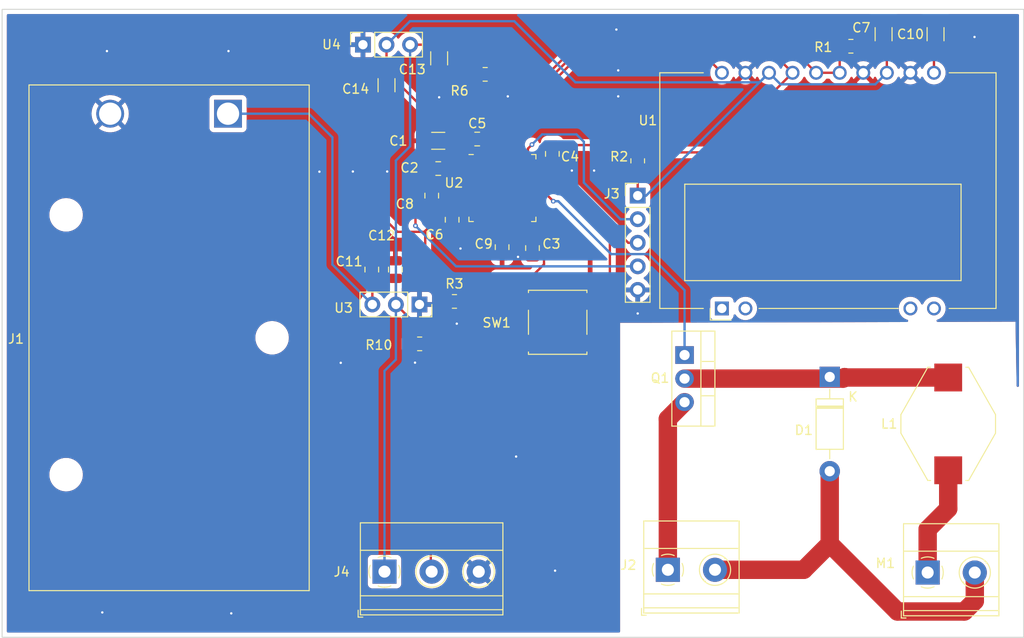
<source format=kicad_pcb>
(kicad_pcb (version 20211014) (generator pcbnew)
  (title_block (title "Ball Launcher for Pets") (date "2023-02-05") (comment 1 "Lucas Resende Carneiro - 11811ECP009") (comment 2 "Gabriel Cardoso Mendes de Ataide - 11811ECP008"))
  (layers (0 "F.Cu" signal) (31 "B.Cu" signal) (34 "B.Paste" user) (35 "F.Paste" user) (36 "B.SilkS" user "B.Silkscreen") (37 "F.SilkS" user "F.Silkscreen") (38 "B.Mask" user) (39 "F.Mask" user) (44 "Edge.Cuts" user))
  (net 0 "")
  (net 1 "+3V3")
  (net 2 "GND")
  (net 3 "/NRST")
  (net 4 "Net-(C9-Pad1)")
  (net 5 "Net-(C10-Pad1)")
  (net 6 "Net-(C11-Pad1)")
  (net 7 "+5V")
  (net 8 "Net-(D1-Pad1)")
  (net 9 "/GND 12V")
  (net 10 "+12V")
  (net 11 "/SWDIO")
  (net 12 "/SWCLK")
  (net 13 "/PA9")
  (net 14 "Net-(L1-Pad2)")
  (net 15 "/PA8")
  (net 16 "/PB12")
  (net 17 "Net-(R6-Pad2)")
  (net 22 "/PB7")
  (net 23 "/PB6")
  (net 24 "/PB5")
  (footprint "Capacitor_SMD:C_0805_2012Metric" (layer "F.Cu") (at 218.305 114.68 -90)
    (fp_text reference "C8" (at 0.9 2.9 180) (layer "F.SilkS"))
    (fp_text value "0.1uF")
    (pad "1" smd roundrect (at -0.95 0 270) (size 1 1.45) (layers "F.Cu" "F.Paste" "F.Mask") (net 3 "/NRST"))
    (pad "2" smd roundrect (at 0.95 0 270) (size 1 1.45) (layers "F.Cu" "F.Paste" "F.Mask") (net 2 "GND"))
  )
  (footprint "Resistor_SMD:R_0805_2012Metric" (layer "F.Cu") (at 263.48 98.58 180)
    (fp_text reference "R1" (at 2.975 -0.1) (layer "F.SilkS"))
    (fp_text value "2.2K")
    (pad "1" smd roundrect (at -0.9125 0 180) (size 1.025 1.4) (layers "F.Cu" "F.Paste" "F.Mask") (roundrect_rratio 0.243902439) (net 1 "+3V3"))
    (pad "2" smd roundrect (at 0.9125 0 180) (size 1.025 1.4) (layers "F.Cu" "F.Paste" "F.Mask") (roundrect_rratio 0.243902439) (net 22 "/PB7"))
  )
  (footprint "Capacitor_SMD:C_0805_2012Metric" (layer "F.Cu") (at 231.305 110.18 -90)
    (fp_text reference "C4" (at 0.3 -1.9 180) (layer "F.SilkS"))
    (fp_text value "100nF")
    (pad "1" smd roundrect (at -0.95 0 270) (size 1 1.45) (layers "F.Cu" "F.Paste" "F.Mask") (net 1 "+3V3"))
    (pad "2" smd roundrect (at 0.95 0 270) (size 1 1.45) (layers "F.Cu" "F.Paste" "F.Mask") (net 2 "GND"))
  )
  (footprint "Display:EA_DOGS104X-A" (layer "F.Cu") (at 249.575 126.8375 90)
    (fp_text reference "U1" (at 20.2575 -7.97 180) (layer "F.SilkS"))
    (fp_text value "EA_DOGS104B-A")
    (pad "1" thru_hole rect (at 0 0 90) (size 1.5 1.5) (drill 1) (layers *.Cu *.Mask))
    (pad "2" thru_hole circle (at 0 2.54 90) (size 1.5 1.5) (drill 1) (layers *.Cu *.Mask))
    (pad "9" thru_hole circle (at 0 20.32 90) (size 1.5 1.5) (drill 1) (layers *.Cu *.Mask))
    (pad "10" thru_hole circle (at 0 22.86 90) (size 1.5 1.5) (drill 1) (layers *.Cu *.Mask))
    (pad "11" thru_hole circle (at 25.4 22.86 90) (size 1.5 1.5) (drill 1) (layers *.Cu *.Mask) (net 5 "Net-(C10-Pad1)"))
    (pad "12" thru_hole circle (at 25.4 20.32 90) (size 1.5 1.5) (drill 1) (layers *.Cu *.Mask) (net 2 "GND"))
    (pad "13" thru_hole circle (at 25.4 17.78 90) (size 1.5 1.5) (drill 1) (layers *.Cu *.Mask) (net 1 "+3V3"))
    (pad "14" thru_hole circle (at 25.4 15.24 90) (size 1.5 1.5) (drill 1) (layers *.Cu *.Mask) (net 2 "GND"))
    (pad "15" thru_hole circle (at 25.4 12.7 90) (size 1.5 1.5) (drill 1) (layers *.Cu *.Mask) (net 22 "/PB7"))
    (pad "16" thru_hole circle (at 25.4 10.16 90) (size 1.5 1.5) (drill 1) (layers *.Cu *.Mask) (net 22 "/PB7"))
    (pad "17" thru_hole circle (at 25.4 7.62 90) (size 1.5 1.5) (drill 1) (layers *.Cu *.Mask) (net 23 "/PB6"))
    (pad "18" thru_hole circle (at 25.4 5.08 90) (size 1.5 1.5) (drill 1) (layers *.Cu *.Mask) (net 1 "+3V3"))
    (pad "19" thru_hole circle (at 25.4 2.54 90) (size 1.5 1.5) (drill 1) (layers *.Cu *.Mask) (net 2 "GND"))
    (pad "20" thru_hole circle (at 25.4 0 90) (size 1.5 1.5) (drill 1) (layers *.Cu *.Mask) (net 24 "/PB5"))
  )
  (footprint "Button_Switch_SMD:SW_SPST_B3S-1000" (layer "F.Cu") (at 231.88 128.33 180)
    (fp_text reference "SW1" (at 6.575 -0.05) (layer "F.SilkS"))
    (fp_text value "Button")
    (pad "1" smd rect (at 3.975 -2.25 180) (size 1.55 1.3) (layers "F.Cu" "F.Paste" "F.Mask") (net 2 "GND"))
    (pad "1" smd rect (at -3.975 -2.25 180) (size 1.55 1.3) (layers "F.Cu" "F.Paste" "F.Mask") (net 2 "GND"))
    (pad "2" smd rect (at -3.975 2.25 180) (size 1.55 1.3) (layers "F.Cu" "F.Paste" "F.Mask") (net 16 "/PB12"))
    (pad "2" smd rect (at 3.975 2.25 180) (size 1.55 1.3) (layers "F.Cu" "F.Paste" "F.Mask") (net 16 "/PB12"))
  )
  (footprint "Capacitor_SMD:C_1206_3216Metric" (layer "F.Cu") (at 219.005 108.77 180)
    (fp_text reference "C1" (at 4.3 -0.01) (layer "F.SilkS"))
    (fp_text value "10uF")
    (pad "1" smd roundrect (at -1.475 0 180) (size 1.15 1.8) (layers "F.Cu" "F.Paste" "F.Mask") (roundrect_rratio 0.2173913043) (net 1 "+3V3"))
    (pad "2" smd roundrect (at 1.475 0 180) (size 1.15 1.8) (layers "F.Cu" "F.Paste" "F.Mask") (roundrect_rratio 0.2173913043) (net 2 "GND"))
  )
  (footprint "Capacitor_SMD:C_0805_2012Metric" (layer "F.Cu") (at 225.89 120.231252 -90)
    (fp_text reference "C9" (at -0.351252 1.985 180) (layer "F.SilkS"))
    (fp_text value "4.7uF")
    (pad "1" smd roundrect (at -0.95 0 270) (size 1 1.45) (layers "F.Cu" "F.Paste" "F.Mask") (net 4 "Net-(C9-Pad1)"))
    (pad "2" smd roundrect (at 0.95 0 270) (size 1 1.45) (layers "F.Cu" "F.Paste" "F.Mask") (net 2 "GND"))
  )
  (footprint "Connector_PinHeader_2.54mm:PinHeader_1x05_P2.54mm_Vertical" (layer "F.Cu") (at 240.505 114.68)
    (fp_text reference "J3" (at -2.8 -0.2) (layer "F.SilkS"))
    (fp_text value "STLINK")
    (pad "1" thru_hole rect (at 0 0) (size 1.7 1.7) (drill 1) (layers *.Cu *.Mask) (net 1 "+3V3"))
    (pad "2" thru_hole oval (at 0 2.54) (size 1.7 1.7) (drill 1) (layers *.Cu *.Mask) (net 12 "/SWCLK"))
    (pad "3" thru_hole oval (at 0 5.08) (size 1.7 1.7) (drill 1) (layers *.Cu *.Mask) (net 11 "/SWDIO"))
    (pad "4" thru_hole oval (at 0 7.62) (size 1.7 1.7) (drill 1) (layers *.Cu *.Mask) (net 3 "/NRST"))
    (pad "5" thru_hole oval (at 0 10.16) (size 1.7 1.7) (drill 1) (layers *.Cu *.Mask) (net 2 "GND"))
  )
  (footprint "TerminalBlock_Phoenix:TerminalBlock_Phoenix_MKDS-1,5-2-5.08_1x02_P5.08mm_Horizontal" (layer "F.Cu") (at 271.755 155.3)
    (fp_text reference "M1" (at -4.555 -1) (layer "F.SilkS"))
    (fp_text value "Motor DC 50W")
    (pad "1" thru_hole rect (at 0 0) (size 2.6 2.6) (drill 1.3) (layers *.Cu *.Mask) (net 14 "Net-(L1-Pad2)"))
    (pad "2" thru_hole circle (at 5.08 0) (size 2.6 2.6) (drill 1.3) (layers *.Cu *.Mask) (net 9 "/GND 12V"))
  )
  (footprint "Capacitor_SMD:C_0805_2012Metric" (layer "F.Cu") (at 229.165 120.33 -90)
    (fp_text reference "C3" (at -0.45 -2.04 180) (layer "F.SilkS"))
    (fp_text value "100nF")
    (pad "1" smd roundrect (at -0.95 0 270) (size 1 1.45) (layers "F.Cu" "F.Paste" "F.Mask") (net 1 "+3V3"))
    (pad "2" smd roundrect (at 0.95 0 270) (size 1 1.45) (layers "F.Cu" "F.Paste" "F.Mask") (net 2 "GND"))
  )
  (footprint "Resistor_SMD:R_0805_2012Metric" (layer "F.Cu") (at 217.005 130.655)
    (fp_text reference "R10" (at -4.4 0.125) (layer "F.SilkS"))
    (fp_text value "10K")
    (pad "1" smd roundrect (at -0.9125 0) (size 1.025 1.4) (layers "F.Cu" "F.Paste" "F.Mask") (roundrect_rratio 0.243902439) (net 7 "+5V"))
    (pad "2" smd roundrect (at 0.9125 0) (size 1.025 1.4) (layers "F.Cu" "F.Paste" "F.Mask") (roundrect_rratio 0.243902439) (net 13 "/PA9"))
  )
  (footprint "Capacitor_SMD:C_1206_3216Metric" (layer "F.Cu") (at 219.105 99.88 -90)
    (fp_text reference "C13" (at 1.2 2.9 180) (layer "F.SilkS"))
    (fp_text value "4.7uF")
    (pad "1" smd roundrect (at -1.475 0 270) (size 1.15 1.8) (layers "F.Cu" "F.Paste" "F.Mask") (roundrect_rratio 0.2173913043) (net 7 "+5V"))
    (pad "2" smd roundrect (at 1.475 0 270) (size 1.15 1.8) (layers "F.Cu" "F.Paste" "F.Mask") (roundrect_rratio 0.2173913043) (net 2 "GND"))
  )
  (footprint "Battery:BatteryHolder_Eagle_12BH611-GR" (layer "F.Cu") (at 196.35 105.85 90)
    (fp_text reference "J1" (at -24.27 -22.85 180) (layer "F.SilkS"))
    (fp_text value "Battery 9V")
    (pad "" np_thru_hole circle (at -10.9 -17.45 90) (size 2.6 2.6) (drill 2.6) (layers *.Cu *.Mask))
    (pad "" np_thru_hole circle (at -38.9 -17.45 90) (size 2.6 2.6) (drill 2.6) (layers *.Cu *.Mask))
    (pad "" np_thru_hole circle (at -24.15 4.75 90) (size 2.6 2.6) (drill 2.6) (layers *.Cu *.Mask))
    (pad "1" thru_hole rect (at 0 0 90) (size 3 3) (drill 2.4) (layers *.Cu *.Mask) (net 6 "Net-(C11-Pad1)"))
    (pad "2" thru_hole circle (at 0 -12.7 90) (size 3 3) (drill 2.4) (layers *.Cu *.Mask) (net 2 "GND"))
  )
  (footprint "Capacitor_SMD:C_0805_2012Metric" (layer "F.Cu") (at 214.385 122.6475 90)
    (fp_text reference "C12" (at 3.6675 -1.48 180) (layer "F.SilkS"))
    (fp_text value "330nF")
    (pad "1" smd roundrect (at -0.95 0 90) (size 1 1.45) (layers "F.Cu" "F.Paste" "F.Mask") (net 7 "+5V"))
    (pad "2" smd roundrect (at 0.95 0 90) (size 1 1.45) (layers "F.Cu" "F.Paste" "F.Mask") (net 2 "GND"))
  )
  (footprint "Resistor_SMD:R_0805_2012Metric" (layer "F.Cu") (at 220.7525 126.0825)
    (fp_text reference "R3" (at 0 -1.9025) (layer "F.SilkS"))
    (fp_text value "10K")
    (pad "1" smd roundrect (at -0.9125 0) (size 1.025 1.4) (layers "F.Cu" "F.Paste" "F.Mask") (roundrect_rratio 0.243902439) (net 1 "+3V3"))
    (pad "2" smd roundrect (at 0.9125 0) (size 1.025 1.4) (layers "F.Cu" "F.Paste" "F.Mask") (roundrect_rratio 0.243902439) (net 16 "/PB12"))
  )
  (footprint "Connector_PinSocket_2.54mm:PinSocket_1x03_P2.54mm_Vertical" (layer "F.Cu") (at 216.985 126.41 -90)
    (fp_text reference "U3" (at 0.37 8.18 180) (layer "F.SilkS"))
    (fp_text value "LM1117-5.0")
    (pad "1" thru_hole rect (at 0 0 270) (size 1.7 1.7) (drill 1) (layers *.Cu *.Mask) (net 2 "GND"))
    (pad "2" thru_hole oval (at 0 2.54 270) (size 1.7 1.7) (drill 1) (layers *.Cu *.Mask) (net 7 "+5V"))
    (pad "3" thru_hole oval (at 0 5.08 270) (size 1.7 1.7) (drill 1) (layers *.Cu *.Mask) (net 6 "Net-(C11-Pad1)"))
  )
  (footprint "Capacitor_SMD:C_0805_2012Metric" (layer "F.Cu") (at 211.845 122.6475 90)
    (fp_text reference "C11" (at 0.8675 -2.44 180) (layer "F.SilkS"))
    (fp_text value "330nF")
    (pad "1" smd roundrect (at -0.95 0 90) (size 1 1.45) (layers "F.Cu" "F.Paste" "F.Mask") (net 6 "Net-(C11-Pad1)"))
    (pad "2" smd roundrect (at 0.95 0 90) (size 1 1.45) (layers "F.Cu" "F.Paste" "F.Mask") (net 2 "GND"))
  )
  (footprint "Resistor_SMD:R_0805_2012Metric" (layer "F.Cu") (at 224.065 101.6075)
    (fp_text reference "R6" (at -2.76 1.7725) (layer "F.SilkS"))
    (fp_text value "10K")
    (pad "1" smd roundrect (at -0.9125 0) (size 1.025 1.4) (layers "F.Cu" "F.Paste" "F.Mask") (roundrect_rratio 0.243902439) (net 2 "GND"))
    (pad "2" smd roundrect (at 0.9125 0) (size 1.025 1.4) (layers "F.Cu" "F.Paste" "F.Mask") (roundrect_rratio 0.243902439) (net 17 "Net-(R6-Pad2)"))
  )
  (footprint "Inductor_SMD:L_SigTra_SC3316F" (layer "F.Cu") (at 273.97 139.28 -90)
    (fp_text reference "L1" (at 0 6.365 180) (layer "F.SilkS"))
    (fp_text value "INDUCTOR")
    (pad "1" smd rect (at -5 0 270) (size 3 3) (layers "F.Cu" "F.Paste" "F.Mask") (net 8 "Net-(D1-Pad1)"))
    (pad "2" smd rect (at 5 0 270) (size 3 3) (layers "F.Cu" "F.Paste" "F.Mask") (net 14 "Net-(L1-Pad2)"))
  )
  (footprint "Resistor_SMD:R_0805_2012Metric" (layer "F.Cu") (at 240.505 110.93 90)
    (fp_text reference "R2" (at 0.45 -2 180) (layer "F.SilkS"))
    (fp_text value "2.2K")
    (pad "1" smd roundrect (at -0.9125 0 90) (size 1.025 1.4) (layers "F.Cu" "F.Paste" "F.Mask") (roundrect_rratio 0.243902439) (net 1 "+3V3"))
    (pad "2" smd roundrect (at 0.9125 0 90) (size 1.025 1.4) (layers "F.Cu" "F.Paste" "F.Mask") (roundrect_rratio 0.243902439) (net 23 "/PB6"))
  )
  (footprint "Capacitor_SMD:C_0805_2012Metric" (layer "F.Cu") (at 223.205 108.58)
    (fp_text reference "C5" (at 0 -1.68) (layer "F.SilkS"))
    (fp_text value "100nF")
    (pad "1" smd roundrect (at -0.95 0) (size 1 1.45) (layers "F.Cu" "F.Paste" "F.Mask") (net 1 "+3V3"))
    (pad "2" smd roundrect (at 0.95 0) (size 1 1.45) (layers "F.Cu" "F.Paste" "F.Mask") (net 2 "GND"))
  )
  (footprint "Capacitor_SMD:C_0805_2012Metric" (layer "F.Cu") (at 219.005 111.76 180)
    (fp_text reference "C2" (at 3.1 0.08) (layer "F.SilkS"))
    (fp_text value "100nF")
    (pad "1" smd roundrect (at -0.95 0 180) (size 1 1.45) (layers "F.Cu" "F.Paste" "F.Mask") (net 1 "+3V3"))
    (pad "2" smd roundrect (at 0.95 0 180) (size 1 1.45) (layers "F.Cu" "F.Paste" "F.Mask") (net 2 "GND"))
  )
  (footprint "Capacitor_SMD:C_0805_2012Metric" (layer "F.Cu") (at 220.505 117.28 -90)
    (fp_text reference "C6" (at 1.6 1.9 180) (layer "F.SilkS"))
    (fp_text value "100nF")
    (pad "1" smd roundrect (at -0.95 0 270) (size 1 1.45) (layers "F.Cu" "F.Paste" "F.Mask") (net 1 "+3V3"))
    (pad "2" smd roundrect (at 0.95 0 270) (size 1 1.45) (layers "F.Cu" "F.Paste" "F.Mask") (net 2 "GND"))
  )
  (footprint "Package_TO_SOT_THT:TO-220-3_Vertical" (layer "F.Cu") (at 245.555 131.86 -90)
    (fp_text reference "Q1" (at 2.48 2.645 180) (layer "F.SilkS"))
    (fp_text value "IRF540N")
    (pad "1" thru_hole rect (at 0 0 270) (size 1.905 2) (drill 1.1) (layers *.Cu *.Mask) (net 15 "/PA8"))
    (pad "2" thru_hole oval (at 2.54 0 270) (size 1.905 2) (drill 1.1) (layers *.Cu *.Mask) (net 8 "Net-(D1-Pad1)"))
    (pad "3" thru_hole oval (at 5.08 0 270) (size 1.905 2) (drill 1.1) (layers *.Cu *.Mask) (net 10 "+12V"))
  )
  (footprint "TerminalBlock_Phoenix:TerminalBlock_Phoenix_MKDS-1,5-2-5.08_1x02_P5.08mm_Horizontal" (layer "F.Cu") (at 243.755 155.005)
    (fp_text reference "J2" (at -4.255 -0.505 180) (layer "F.SilkS"))
    (fp_text value "Power Source 12V 2A ")
    (pad "1" thru_hole rect (at 0 0) (size 2.6 2.6) (drill 1.3) (layers *.Cu *.Mask) (net 10 "+12V"))
    (pad "2" thru_hole circle (at 5.08 0) (size 2.6 2.6) (drill 1.3) (layers *.Cu *.Mask) (net 9 "/GND 12V"))
  )
  (footprint "Connector_PinSocket_2.54mm:PinSocket_1x03_P2.54mm_Vertical" (layer "F.Cu") (at 210.8925 98.41 90)
    (fp_text reference "U4" (at 0.01 -3.3925 180) (layer "F.SilkS"))
    (fp_text value "LM1117-3.3")
    (pad "1" thru_hole rect (at 0 0 90) (size 1.7 1.7) (drill 1) (layers *.Cu *.Mask) (net 2 "GND"))
    (pad "2" thru_hole oval (at 0 2.54 90) (size 1.7 1.7) (drill 1) (layers *.Cu *.Mask) (net 1 "+3V3"))
    (pad "3" thru_hole oval (at 0 5.08 90) (size 1.7 1.7) (drill 1) (layers *.Cu *.Mask) (net 7 "+5V"))
  )
  (footprint "Package_DFN_QFN:QFN-48-1EP_7x7mm_P0.5mm_EP5.6x5.6mm" (layer "F.Cu") (at 225.925 113.86)
    (fp_text reference "U2" (at -5.225 -0.56) (layer "F.SilkS"))
    (fp_text value "STM32F411CEUx")
    (pad "1" smd roundrect (at -3.4375 -2.75) (size 0.875 0.25) (layers "F.Cu" "F.Paste" "F.Mask") (net 1 "+3V3"))
    (pad "2" smd roundrect (at -3.4375 -2.25) (size 0.875 0.25) (layers "F.Cu" "F.Paste" "F.Mask"))
    (pad "3" smd roundrect (at -3.4375 -1.75) (size 0.875 0.25) (layers "F.Cu" "F.Paste" "F.Mask"))
    (pad "4" smd roundrect (at -3.4375 -1.25) (size 0.875 0.25) (layers "F.Cu" "F.Paste" "F.Mask"))
    (pad "5" smd roundrect (at -3.4375 -0.75) (size 0.875 0.25) (layers "F.Cu" "F.Paste" "F.Mask"))
    (pad "6" smd roundrect (at -3.4375 -0.25) (size 0.875 0.25) (layers "F.Cu" "F.Paste" "F.Mask"))
    (pad "7" smd roundrect (at -3.4375 0.25) (size 0.875 0.25) (layers "F.Cu" "F.Paste" "F.Mask") (net 3 "/NRST"))
    (pad "8" smd roundrect (at -3.4375 0.75) (size 0.875 0.25) (layers "F.Cu" "F.Paste" "F.Mask") (net 2 "GND"))
    (pad "9" smd roundrect (at -3.4375 1.25) (size 0.875 0.25) (layers "F.Cu" "F.Paste" "F.Mask") (net 1 "+3V3"))
    (pad "10" smd roundrect (at -3.4375 1.75) (size 0.875 0.25) (layers "F.Cu" "F.Paste" "F.Mask"))
    (pad "11" smd roundrect (at -3.4375 2.25) (size 0.875 0.25) (layers "F.Cu" "F.Paste" "F.Mask"))
    (pad "12" smd roundrect (at -3.4375 2.75) (size 0.875 0.25) (layers "F.Cu" "F.Paste" "F.Mask"))
    (pad "13" smd roundrect (at -2.75 3.4375) (size 0.25 0.875) (layers "F.Cu" "F.Paste" "F.Mask"))
    (pad "14" smd roundrect (at -2.25 3.4375) (size 0.25 0.875) (layers "F.Cu" "F.Paste" "F.Mask"))
    (pad "15" smd roundrect (at -1.75 3.4375) (size 0.25 0.875) (layers "F.Cu" "F.Paste" "F.Mask"))
    (pad "16" smd roundrect (at -1.25 3.4375) (size 0.25 0.875) (layers "F.Cu" "F.Paste" "F.Mask"))
    (pad "17" smd roundrect (at -0.75 3.4375) (size 0.25 0.875) (layers "F.Cu" "F.Paste" "F.Mask"))
    (pad "18" smd roundrect (at -0.25 3.4375) (size 0.25 0.875) (layers "F.Cu" "F.Paste" "F.Mask"))
    (pad "19" smd roundrect (at 0.25 3.4375) (size 0.25 0.875) (layers "F.Cu" "F.Paste" "F.Mask"))
    (pad "20" smd roundrect (at 0.75 3.4375) (size 0.25 0.875) (layers "F.Cu" "F.Paste" "F.Mask"))
    (pad "21" smd roundrect (at 1.25 3.4375) (size 0.25 0.875) (layers "F.Cu" "F.Paste" "F.Mask"))
    (pad "22" smd roundrect (at 1.75 3.4375) (size 0.25 0.875) (layers "F.Cu" "F.Paste" "F.Mask") (net 4 "Net-(C9-Pad1)"))
    (pad "23" smd roundrect (at 2.25 3.4375) (size 0.25 0.875) (layers "F.Cu" "F.Paste" "F.Mask") (net 2 "GND"))
    (pad "24" smd roundrect (at 2.75 3.4375) (size 0.25 0.875) (layers "F.Cu" "F.Paste" "F.Mask") (net 1 "+3V3"))
    (pad "25" smd roundrect (at 3.4375 2.75) (size 0.875 0.25) (layers "F.Cu" "F.Paste" "F.Mask") (net 16 "/PB12"))
    (pad "26" smd roundrect (at 3.4375 2.25) (size 0.875 0.25) (layers "F.Cu" "F.Paste" "F.Mask"))
    (pad "27" smd roundrect (at 3.4375 1.75) (size 0.875 0.25) (layers "F.Cu" "F.Paste" "F.Mask"))
    (pad "28" smd roundrect (at 3.4375 1.25) (size 0.875 0.25) (layers "F.Cu" "F.Paste" "F.Mask"))
    (pad "29" smd roundrect (at 3.4375 0.75) (size 0.875 0.25) (layers "F.Cu" "F.Paste" "F.Mask") (net 15 "/PA8"))
    (pad "30" smd roundrect (at 3.4375 0.25) (size 0.875 0.25) (layers "F.Cu" "F.Paste" "F.Mask") (net 13 "/PA9"))
    (pad "31" smd roundrect (at 3.4375 -0.25) (size 0.875 0.25) (layers "F.Cu" "F.Paste" "F.Mask"))
    (pad "32" smd roundrect (at 3.4375 -0.75) (size 0.875 0.25) (layers "F.Cu" "F.Paste" "F.Mask"))
    (pad "33" smd roundrect (at 3.4375 -1.25) (size 0.875 0.25) (layers "F.Cu" "F.Paste" "F.Mask"))
    (pad "34" smd roundrect (at 3.4375 -1.75) (size 0.875 0.25) (layers "F.Cu" "F.Paste" "F.Mask") (net 11 "/SWDIO"))
    (pad "35" smd roundrect (at 3.4375 -2.25) (size 0.875 0.25) (layers "F.Cu" "F.Paste" "F.Mask") (net 2 "GND"))
    (pad "36" smd roundrect (at 3.4375 -2.75) (size 0.875 0.25) (layers "F.Cu" "F.Paste" "F.Mask") (net 1 "+3V3"))
    (pad "37" smd roundrect (at 2.75 -3.4375) (size 0.25 0.875) (layers "F.Cu" "F.Paste" "F.Mask") (net 12 "/SWCLK"))
    (pad "38" smd roundrect (at 2.25 -3.4375) (size 0.25 0.875) (layers "F.Cu" "F.Paste" "F.Mask"))
    (pad "39" smd roundrect (at 1.75 -3.4375) (size 0.25 0.875) (layers "F.Cu" "F.Paste" "F.Mask"))
    (pad "40" smd roundrect (at 1.25 -3.4375) (size 0.25 0.875) (layers "F.Cu" "F.Paste" "F.Mask"))
    (pad "41" smd roundrect (at 0.75 -3.4375) (size 0.25 0.875) (layers "F.Cu" "F.Paste" "F.Mask") (net 24 "/PB5"))
    (pad "42" smd roundrect (at 0.25 -3.4375) (size 0.25 0.875) (layers "F.Cu" "F.Paste" "F.Mask") (net 23 "/PB6"))
    (pad "43" smd roundrect (at -0.25 -3.4375) (size 0.25 0.875) (layers "F.Cu" "F.Paste" "F.Mask") (net 22 "/PB7"))
    (pad "44" smd roundrect (at -0.75 -3.4375) (size 0.25 0.875) (layers "F.Cu" "F.Paste" "F.Mask") (net 17 "Net-(R6-Pad2)"))
    (pad "45" smd roundrect (at -1.25 -3.4375) (size 0.25 0.875) (layers "F.Cu" "F.Paste" "F.Mask"))
    (pad "46" smd roundrect (at -1.75 -3.4375) (size 0.25 0.875) (layers "F.Cu" "F.Paste" "F.Mask"))
    (pad "47" smd roundrect (at -2.25 -3.4375) (size 0.25 0.875) (layers "F.Cu" "F.Paste" "F.Mask") (net 2 "GND"))
    (pad "48" smd roundrect (at -2.75 -3.4375) (size 0.25 0.875) (layers "F.Cu" "F.Paste" "F.Mask") (net 1 "+3V3"))
    (pad "49" smd rect (at 0 0) (size 5.6 5.6) (layers "F.Cu" "F.Mask") (net 2 "GND"))
  )
  (footprint "Capacitor_SMD:C_1206_3216Metric" (layer "F.Cu") (at 213.4325 102.778748 -90)
    (fp_text reference "C14" (at 0.401252 3.3275 180) (layer "F.SilkS"))
    (fp_text value "10uF")
    (pad "1" smd roundrect (at -1.475 0 270) (size 1.15 1.8) (layers "F.Cu" "F.Paste" "F.Mask") (roundrect_rratio 0.2173913043) (net 1 "+3V3"))
    (pad "2" smd roundrect (at 1.475 0 270) (size 1.15 1.8) (layers "F.Cu" "F.Paste" "F.Mask") (roundrect_rratio 0.2173913043) (net 2 "GND"))
  )
  (footprint "Capacitor_SMD:C_1206_3216Metric" (layer "F.Cu") (at 272.605 97.28 90)
    (fp_text reference "C10" (at 0 -2.7 180) (layer "F.SilkS"))
    (fp_text value "1uF")
    (pad "1" smd roundrect (at -1.475 0 90) (size 1.15 1.8) (layers "F.Cu" "F.Paste" "F.Mask") (roundrect_rratio 0.2173913043) (net 5 "Net-(C10-Pad1)"))
    (pad "2" smd roundrect (at 1.475 0 90) (size 1.15 1.8) (layers "F.Cu" "F.Paste" "F.Mask") (roundrect_rratio 0.2173913043) (net 2 "GND"))
  )
  (footprint "Capacitor_SMD:C_1206_3216Metric" (layer "F.Cu") (at 267.005 97.28 90)
    (fp_text reference "C7" (at 0.7 -2.4 180) (layer "F.SilkS"))
    (fp_text value "1uF")
    (pad "1" smd roundrect (at -1.475 0 90) (size 1.15 1.8) (layers "F.Cu" "F.Paste" "F.Mask") (roundrect_rratio 0.2173913043) (net 1 "+3V3"))
    (pad "2" smd roundrect (at 1.475 0 90) (size 1.15 1.8) (layers "F.Cu" "F.Paste" "F.Mask") (roundrect_rratio 0.2173913043) (net 2 "GND"))
  )
  (footprint "Diode_THT:D_DO-41_SOD81_P10.16mm_Horizontal" (layer "F.Cu") (at 261.2 134.22 -90)
    (fp_text reference "D1" (at 5.74 2.795 180) (layer "F.SilkS"))
    (fp_text value "1N4001")
    (fp_text user "K" (at 2.14 -2.505 180) (layer "F.SilkS"))
    (pad "1" thru_hole rect (at 0 0 270) (size 2.2 2.2) (drill 1.1) (layers *.Cu *.Mask) (net 8 "Net-(D1-Pad1)"))
    (pad "2" thru_hole oval (at 10.16 0 270) (size 2.2 2.2) (drill 1.1) (layers *.Cu *.Mask) (net 9 "/GND 12V"))
  )
  (footprint "TerminalBlock_Phoenix:TerminalBlock_Phoenix_MKDS-1,5-3-5.08_1x03_P5.08mm_Horizontal" (layer "F.Cu") (at 213.215 155.205)
    (fp_text reference "J4" (at -4.622 0.02) (layer "F.SilkS"))
    (fp_text value "Proximity Sensor E18-D80NK")
    (pad "1" thru_hole rect (at 0 0) (size 2.6 2.6) (drill 1.3) (layers *.Cu *.Mask) (net 7 "+5V"))
    (pad "2" thru_hole circle (at 5.08 0) (size 2.6 2.6) (drill 1.3) (layers *.Cu *.Mask) (net 13 "/PA9"))
    (pad "3" thru_hole circle (at 10.16 0) (size 2.6 2.6) (drill 1.3) (layers *.Cu *.Mask) (net 2 "GND"))
  )
  (gr_rect (start 172.005 94.6) (end 282.105 162.28) (layer "Edge.Cuts") (width 0.1) (fill none))
  (segment (start 228.675 117.2975) (end 228.675 118.89) (width 0.254) (layer "F.Cu") (net 1))
  (segment (start 223.175 109.5) (end 222.255 108.58) (width 0.254) (layer "F.Cu") (net 1))
  (segment (start 220.505 116.33) (end 219.755 116.33) (width 0.254) (layer "F.Cu") (net 1))
  (segment (start 264.3925 98.58) (end 266.83 98.58) (width 0.254) (layer "F.Cu") (net 1))
  (segment (start 240.505 111.8425) (end 240.505 114.68) (width 0.254) (layer "F.Cu") (net 1))
  (segment (start 219.84 125.09875) (end 219.84 126.0825) (width 0.254) (layer "F.Cu") (net 1))
  (segment (start 229.205 123.28) (end 225.265 123.28) (width 0.254) (layer "F.Cu") (net 1))
  (segment (start 222.4875 115.11) (end 221.725 115.11) (width 0.254) (layer "F.Cu") (net 1))
  (segment (start 213.4325 101.303748) (end 212.381252 101.303748) (width 0.254) (layer "F.Cu") (net 1))
  (segment (start 267.355 99.105) (end 267.355 101.4375) (width 0.254) (layer "F.Cu") (net 1))
  (segment (start 217.605 118.48) (end 217.605 118.58) (width 0.254) (layer "F.Cu") (net 1))
  (segment (start 213.4325 98.41) (end 213.4325 101.303748) (width 0.254) (layer "F.Cu") (net 1))
  (segment (start 229.3625 111.11) (end 229.425 111.11) (width 0.254) (layer "F.Cu") (net 1))
  (segment (start 266.83 98.58) (end 267.005 98.755) (width 0.254) (layer "F.Cu") (net 1))
  (segment (start 220.48 108.77) (end 220.805 108.445) (width 0.254) (layer "F.Cu") (net 1))
  (segment (start 214.605 118.58) (end 217.605 118.58) (width 0.254) (layer "F.Cu") (net 1))
  (segment (start 228.675 118.89) (end 229.165 119.38) (width 0.254) (layer "F.Cu") (net 1))
  (segment (start 220.48 111.235) (end 219.955 111.76) (width 0.254) (layer "F.Cu") (net 1))
  (segment (start 220.67 108.58) (end 220.48 108.77) (width 0.254) (layer "F.Cu") (net 1))
  (segment (start 230.405 122.08) (end 229.205 123.28) (width 0.254) (layer "F.Cu") (net 1))
  (segment (start 212.381252 101.303748) (end 212.005 101.68) (width 0.254) (layer "F.Cu") (net 1))
  (segment (start 230.405 120.62) (end 229.165 119.38) (width 0.254) (layer "F.Cu") (net 1))
  (segment (start 222.4875 111.11) (end 220.605 111.11) (width 0.254) (layer "F.Cu") (net 1))
  (segment (start 217.605 122.86375) (end 219.763125 125.021875) (width 0.254) (layer "F.Cu") (net 1))
  (segment (start 219.763125 125.021875) (end 219.84 125.09875) (width 0.254) (layer "F.Cu") (net 1))
  (segment (start 230.405 120.62) (end 230.405 122.08) (width 0.254) (layer "F.Cu") (net 1))
  (segment (start 212.005 101.68) (end 212.005 115.98) (width 0.254) (layer "F.Cu") (net 1))
  (segment (start 219.755 116.33) (end 217.605 118.48) (width 0.254) (layer "F.Cu") (net 1))
  (segment (start 220.605 111.11) (end 219.955 111.76) (width 0.254) (layer "F.Cu") (net 1))
  (segment (start 220.48 108.77) (end 220.48 111.235) (width 0.254) (layer "F.Cu") (net 1))
  (segment (start 267.005 98.755) (end 267.355 99.105) (width 0.254) (layer "F.Cu") (net 1))
  (segment (start 217.605 118.58) (end 217.605 122.86375) (width 0.254) (layer "F.Cu") (net 1))
  (segment (start 223.175 110.4225) (end 223.175 109.5) (width 0.254) (layer "F.Cu") (net 1))
  (segment (start 231.305 109.23) (end 235.555 109.23) (width 0.254) (layer "F.Cu") (net 1))
  (segment (start 220.48 108.351248) (end 213.4325 101.303748) (width 0.254) (layer "F.Cu") (net 1))
  (segment (start 222.255 108.58) (end 220.67 108.58) (width 0.254) (layer "F.Cu") (net 1))
  (segment (start 223.523125 125.021875) (end 219.763125 125.021875) (width 0.254) (layer "F.Cu") (net 1))
  (segment (start 221.725 115.11) (end 220.505 116.33) (width 0.254) (layer "F.Cu") (net 1))
  (segment (start 212.005 115.98) (end 214.605 118.58) (width 0.254) (layer "F.Cu") (net 1))
  (segment (start 240.4675 111.88) (end 240.505 111.8425) (width 0.254) (layer "F.Cu") (net 1))
  (segment (start 225.265 123.28) (end 223.523125 125.021875) (width 0.254) (layer "F.Cu") (net 1))
  (segment (start 238.205 111.88) (end 240.4675 111.88) (width 0.254) (layer "F.Cu") (net 1))
  (segment (start 220.48 108.77) (end 220.48 108.351248) (width 0.254) (layer "F.Cu") (net 1))
  (segment (start 229.425 111.11) (end 231.305 109.23) (width 0.254) (layer "F.Cu") (net 1))
  (segment (start 235.555 109.23) (end 238.205 111.88) (width 0.254) (layer "F.Cu") (net 1))
  (segment (start 266.1125 102.68) (end 267.355 101.4375) (width 0.254) (layer "B.Cu") (net 1))
  (segment (start 215.9625 95.88) (end 227.205 95.88) (width 0.254) (layer "B.Cu") (net 1))
  (segment (start 254.655 101.4375) (end 241.4125 114.68) (width 0.254) (layer "B.Cu") (net 1))
  (segment (start 241.4125 114.68) (end 240.505 114.68) (width 0.254) (layer "B.Cu") (net 1))
  (segment (start 253.6256 102.4669) (end 233.7919 102.4669) (width 0.254) (layer "B.Cu") (net 1))
  (segment (start 255.8975 102.68) (end 266.1125 102.68) (width 0.254) (layer "B.Cu") (net 1))
  (segment (start 233.7919 102.4669) (end 227.205 95.88) (width 0.254) (layer "B.Cu") (net 1))
  (segment (start 215.9625 95.88) (end 213.4325 98.41) (width 0.254) (layer "B.Cu") (net 1))
  (segment (start 254.655 101.4375) (end 253.6256 102.4669) (width 0.254) (layer "B.Cu") (net 1))
  (segment (start 254.655 101.4375) (end 255.8975 102.68) (width 0.254) (layer "B.Cu") (net 1))
  (segment (start 222.4875 114.61) (end 225.175 114.61) (width 0.254) (layer "F.Cu") (net 2))
  (segment (start 229.3625 111.61) (end 228.175 111.61) (width 0.254) (layer "F.Cu") (net 2))
  (segment (start 219.3575 101.6075) (end 223.1525 101.6075) (width 0.254) (layer "F.Cu") (net 2))
  (segment (start 230.825 111.61) (end 231.305 111.13) (width 0.254) (layer "F.Cu") (net 2))
  (segment (start 227.905 132.23) (end 228.43 132.755) (width 0.508) (layer "F.Cu") (net 2))
  (segment (start 225.175 114.61) (end 225.925 113.86) (width 0.254) (layer "F.Cu") (net 2))
  (segment (start 219.325 114.61) (end 222.4875 114.61) (width 0.254) (layer "F.Cu") (net 2))
  (segment (start 235.33 132.755) (end 235.855 132.23) (width 0.508) (layer "F.Cu") (net 2))
  (segment (start 228.175 117.2975) (end 228.175 116.11) (width 0.254) (layer "F.Cu") (net 2))
  (segment (start 227.905 130.58) (end 227.905 132.23) (width 0.508) (layer "F.Cu") (net 2))
  (segment (start 223.675 109.06) (end 224.155 108.58) (width 0.254) (layer "F.Cu") (net 2))
  (segment (start 229.3625 111.61) (end 230.825 111.61) (width 0.254) (layer "F.Cu") (net 2))
  (segment (start 218.305 115.63) (end 219.325 114.61) (width 0.254) (layer "F.Cu") (net 2))
  (segment (start 223.675 110.4225) (end 223.675 109.06) (width 0.254) (layer "F.Cu") (net 2))
  (segment (start 228.175 111.61) (end 225.925 113.86) (width 0.254) (layer "F.Cu") (net 2))
  (segment (start 219.105 101.355) (end 219.3575 101.6075) (width 0.254) (layer "F.Cu") (net 2))
  (segment (start 225.89 121.181252) (end 226.103748 121.181252) (width 0.254) (layer "F.Cu") (net 2))
  (segment (start 228.43 132.755) (end 235.33 132.755) (width 0.508) (layer "F.Cu") (net 2))
  (segment (start 228.175 116.11) (end 225.925 113.86) (width 0.254) (layer "F.Cu") (net 2))
  (segment (start 235.855 132.23) (end 235.855 130.58) (width 0.508) (layer "F.Cu") (net 2))
  (via (at 213.505 112.08) (size 0.508) (drill 0.254) (layers "F.Cu" "B.Cu") (net 2))
  (via (at 221.005 128.48) (size 0.508) (drill 0.254) (layers "F.Cu" "B.Cu") (net 2))
  (via (at 216.505 132.68) (size 0.508) (drill 0.254) (layers "F.Cu" "B.Cu") (net 2))
  (via (at 238.405 101.18) (size 0.508) (drill 0.254) (layers "F.Cu" "B.Cu") (net 2))
  (via (at 209.805 112.08) (size 0.508) (drill 0.254) (layers "F.Cu" "B.Cu") (net 2))
  (via (at 226.505 103.98) (size 0.508) (drill 0.254) (layers "F.Cu" "B.Cu") (net 2))
  (via (at 227.605 121.28) (size 0.508) (drill 0.254) (layers "F.Cu" "B.Cu") (net 2))
  (via (at 196.4 99.1) (size 0.508) (drill 0.254) (layers "F.Cu" "B.Cu") (net 2))
  (via (at 208.5 132.7) (size 0.508) (drill 0.254) (layers "F.Cu" "B.Cu") (net 2))
  (via (at 196.7 159.7) (size 0.508) (drill 0.254) (layers "F.Cu" "B.Cu") (net 2))
  (via (at 182.8 159.6) (size 0.508) (drill 0.254) (layers "F.Cu" "B.Cu") (net 2))
  (via (at 183.3 99.1) (size 0.508) (drill 0.254) (layers "F.Cu" "B.Cu") (net 2))
  (via (at 276.805 97.58) (size 0.508) (drill 0.254) (layers "F.Cu" "B.Cu") (net 2))
  (via (at 235.805 111.98) (size 0.508) (drill 0.254) (layers "F.Cu" "B.Cu") (net 2))
  (via (at 206.2 112.1) (size 0.508) (drill 0.254) (layers "F.Cu" "B.Cu") (net 2))
  (via (at 238.405 103.98) (size 0.508) (drill 0.254) (layers "F.Cu" "B.Cu") (net 2))
  (via (at 238.205 96.78) (size 0.508) (drill 0.254) (layers "F.Cu" "B.Cu") (net 2))
  (via (at 221.405 120.38) (size 0.508) (drill 0.254) (layers "F.Cu" "B.Cu") (net 2))
  (via (at 231.6 155.1) (size 0.508) (drill 0.254) (layers "F.Cu" "B.Cu") (net 2))
  (via (at 227.4 142.8) (size 0.508) (drill 0.254) (layers "F.Cu" "B.Cu") (net 2))
  (via (at 219.105 104.08) (size 0.508) (drill 0.254) (layers "F.Cu" "B.Cu") (net 2))
  (via (at 233.405 111.98) (size 0.508) (drill 0.254) (layers "F.Cu" "B.Cu") (net 2))
  (via (at 240.505 127.38) (size 0.508) (drill 0.254) (layers "F.Cu" "B.Cu") (net 2))
  (segment (start 218.305 113.73) (end 217.255 113.73) (width 0.254) (layer "F.Cu") (net 3))
  (segment (start 217.255 113.73) (end 216.555 114.43) (width 0.254) (layer "F.Cu") (net 3))
  (segment (start 222.4875 114.11) (end 218.685 114.11) (width 0.254) (layer "F.Cu") (net 3))
  (segment (start 216.555 114.43) (end 216.555 117.93) (width 0.254) (layer "F.Cu") (net 3))
  (segment (start 218.685 114.11) (end 218.305 113.73) (width 0.254) (layer "F.Cu") (net 3))
  (via (at 216.555 117.93) (size 0.508) (drill 0.254) (layers "F.Cu" "B.Cu") (net 3))
  (segment (start 220.925 122.3) (end 216.555 117.93) (width 0.254) (layer "B.Cu") (net 3))
  (segment (start 240.505 122.3) (end 220.925 122.3) (width 0.254) (layer "B.Cu") (net 3))
  (segment (start 227.303748 119.281252) (end 225.89 119.281252) (width 0.254) (layer "F.Cu") (net 4))
  (segment (start 227.675 118.91) (end 227.303748 119.281252) (width 0.254) (layer "F.Cu") (net 4))
  (segment (start 227.675 117.2975) (end 227.675 118.91) (width 0.254) (layer "F.Cu") (net 4))
  (segment (start 272.435 98.925) (end 272.435 101.4375) (width 0.254) (layer "F.Cu") (net 5))
  (segment (start 272.605 98.755) (end 272.435 98.925) (width 0.254) (layer "F.Cu") (net 5))
  (segment (start 211.845 123.5975) (end 211.905 123.6575) (width 0.254) (layer "F.Cu") (net 6))
  (segment (start 211.905 123.6575) (end 211.905 126.41) (width 0.254) (layer "F.Cu") (net 6))
  (segment (start 207.6 122.105) (end 211.905 126.41) (width 0.254) (layer "B.Cu") (net 6))
  (segment (start 205.05 105.85) (end 207.6 108.4) (width 0.254) (layer "B.Cu") (net 6))
  (segment (start 207.6 108.4) (end 207.6 122.105) (width 0.254) (layer "B.Cu") (net 6))
  (segment (start 196.35 105.85) (end 205.05 105.85) (width 0.254) (layer "B.Cu") (net 6))
  (segment (start 219.105 98.405) (end 219.1 98.41) (width 0.254) (layer "F.Cu") (net 7))
  (segment (start 214.445 123.6575) (end 214.445 126.41) (width 0.254) (layer "F.Cu") (net 7))
  (segment (start 216.0925 128.0575) (end 214.445 126.41) (width 0.254) (layer "F.Cu") (net 7))
  (segment (start 214.385 123.5975) (end 214.445 123.6575) (width 0.254) (layer "F.Cu") (net 7))
  (segment (start 219.1 98.41) (end 215.9725 98.41) (width 0.254) (layer "F.Cu") (net 7))
  (segment (start 216.0925 130.655) (end 216.0925 128.0575) (width 0.254) (layer "F.Cu") (net 7))
  (segment (start 214.445 132.34) (end 214.445 126.41) (width 0.254) (layer "B.Cu") (net 7))
  (segment (start 213.215 155.205) (end 213.215 133.57) (width 0.254) (layer "B.Cu") (net 7))
  (segment (start 215.9725 109.366842) (end 215.9725 98.41) (width 0.254) (layer "B.Cu") (net 7))
  (segment (start 214.445 110.894342) (end 215.9725 109.366842) (width 0.254) (layer "B.Cu") (net 7))
  (segment (start 213.215 133.57) (end 214.445 132.34) (width 0.254) (layer "B.Cu") (net 7))
  (segment (start 214.445 126.41) (end 214.445 110.894342) (width 0.254) (layer "B.Cu") (net 7))
  (segment (start 262.64 134.4) (end 262.8 134.24) (width 1.9812) (layer "F.Cu") (net 8))
  (segment (start 273.97 134.28) (end 262.84 134.28) (width 1.9812) (layer "F.Cu") (net 8))
  (segment (start 262.84 134.28) (end 262.8 134.24) (width 1.9812) (layer "F.Cu") (net 8))
  (segment (start 245.555 134.4) (end 262.64 134.4) (width 1.9812) (layer "F.Cu") (net 8))
  (segment (start 261.2 152.2) (end 258.395 155.005) (width 1.9812) (layer "F.Cu") (net 9))
  (segment (start 261.2 144.38) (end 261.2 152.2) (width 1.9812) (layer "F.Cu") (net 9))
  (segment (start 276.835 158.365) (end 275.7 159.5) (width 1.9812) (layer "F.Cu") (net 9))
  (segment (start 268.5 159.5) (end 261.2 152.2) (width 1.9812) (layer "F.Cu") (net 9))
  (segment (start 275.7 159.5) (end 268.5 159.5) (width 1.9812) (layer "F.Cu") (net 9))
  (segment (start 276.835 155.3) (end 276.835 158.365) (width 1.9812) (layer "F.Cu") (net 9))
  (segment (start 258.395 155.005) (end 248.835 155.005) (width 1.9812) (layer "F.Cu") (net 9))
  (segment (start 243.755 155.005) (end 243.755 138.74) (width 1.9812) (layer "F.Cu") (net 10))
  (segment (start 243.755 138.74) (end 245.555 136.94) (width 1.9812) (layer "F.Cu") (net 10))
  (segment (start 239.485 119.76) (end 240.505 119.76) (width 0.254) (layer "F.Cu") (net 11))
  (segment (start 231.835 112.11) (end 239.485 119.76) (width 0.254) (layer "F.Cu") (net 11))
  (segment (start 229.3625 112.11) (end 231.835 112.11) (width 0.254) (layer "F.Cu") (net 11))
  (segment (start 228.675 110.4225) (end 228.675 109.61) (width 0.254) (layer "F.Cu") (net 12))
  (segment (start 228.675 109.61) (end 229.105 109.18) (width 0.254) (layer "F.Cu") (net 12))
  (via (at 229.105 109.18) (size 0.508) (drill 0.254) (layers "F.Cu" "B.Cu") (net 12))
  (segment (start 230.205 108.08) (end 229.105 109.18) (width 0.254) (layer "B.Cu") (net 12))
  (segment (start 234.705 108.88) (end 233.905 108.08) (width 0.254) (layer "B.Cu") (net 12))
  (segment (start 234.705 113.28) (end 234.705 108.88) (width 0.254) (layer "B.Cu") (net 12))
  (segment (start 240.505 117.22) (end 238.645 117.22) (width 0.254) (layer "B.Cu") (net 12))
  (segment (start 238.645 117.22) (end 234.705 113.28) (width 0.254) (layer "B.Cu") (net 12))
  (segment (start 233.905 108.08) (end 230.205 108.08) (width 0.254) (layer "B.Cu") (net 12))
  (segment (start 227.605 134.18) (end 224.08 130.655) (width 0.254) (layer "F.Cu") (net 13))
  (segment (start 218.207 130.9445) (end 218.207 155.117) (width 0.254) (layer "F.Cu") (net 13))
  (segment (start 229.3625 114.11) (end 232.860264 114.11) (width 0.254) (layer "F.Cu") (net 13))
  (segment (start 224.08 130.655) (end 217.9175 130.655) (width 0.254) (layer "F.Cu") (net 13))
  (segment (start 237.505 118.754736) (end 237.505 134.18) (width 0.254) (layer "F.Cu") (net 13))
  (segment (start 217.9175 130.655) (end 218.207 130.9445) (width 0.254) (layer "F.Cu") (net 13))
  (segment (start 218.207 155.117) (end 218.295 155.205) (width 0.254) (layer "F.Cu") (net 13))
  (segment (start 232.860264 114.11) (end 237.505 118.754736) (width 0.254) (layer "F.Cu") (net 13))
  (segment (start 237.505 134.18) (end 227.605 134.18) (width 0.254) (layer "F.Cu") (net 13))
  (segment (start 271.755 155.3) (end 271.755 150.645) (width 1.9812) (layer "F.Cu") (net 14))
  (segment (start 273.97 148.43) (end 273.97 144.28) (width 1.9812) (layer "F.Cu") (net 14))
  (segment (start 271.755 150.645) (end 273.97 148.43) (width 1.9812) (layer "F.Cu") (net 14))
  (segment (start 230.735 114.61) (end 231.405 115.28) (width 0.254) (layer "F.Cu") (net 15))
  (segment (start 229.3625 114.61) (end 230.735 114.61) (width 0.254) (layer "F.Cu") (net 15))
  (via (at 231.405 115.28) (size 0.508) (drill 0.254) (layers "F.Cu" "B.Cu") (net 15))
  (segment (start 245.555 131.86) (end 245.555 124.8763) (width 0.254) (layer "B.Cu") (net 15))
  (segment (start 245.555 124.8763) (end 241.6587 120.98) (width 0.254) (layer "B.Cu") (net 15))
  (segment (start 231.945 115.28) (end 237.645 120.98) (width 0.254) (layer "B.Cu") (net 15))
  (segment (start 237.645 120.98) (end 241.6587 120.98) (width 0.254) (layer "B.Cu") (net 15))
  (segment (start 231.405 115.28) (end 231.945 115.28) (width 0.254) (layer "B.Cu") (net 15))
  (segment (start 235.38 121.255) (end 230.805 116.68) (width 0.508) (layer "F.Cu") (net 16))
  (segment (start 235.38 123.855) (end 235.88 124.355) (width 0.508) (layer "F.Cu") (net 16))
  (segment (start 235.855 124.38) (end 235.855 126.08) (width 0.508) (layer "F.Cu") (net 16))
  (segment (start 229.3625 116.61) (end 230.735 116.61) (width 0.254) (layer "F.Cu") (net 16))
  (segment (start 227.905 124.63) (end 228.68 123.855) (width 0.508) (layer "F.Cu") (net 16))
  (segment (start 221.6675 126.08) (end 221.665 126.0825) (width 0.508) (layer "F.Cu") (net 16))
  (segment (start 230.735 116.61) (end 230.805 116.68) (width 0.254) (layer "F.Cu") (net 16))
  (segment (start 235.88 124.355) (end 235.855 124.38) (width 0.508) (layer "F.Cu") (net 16))
  (segment (start 228.68 123.855) (end 235.38 123.855) (width 0.508) (layer "F.Cu") (net 16))
  (segment (start 227.905 124.63) (end 227.905 126.08) (width 0.508) (layer "F.Cu") (net 16))
  (segment (start 227.905 126.08) (end 221.6675 126.08) (width 0.508) (layer "F.Cu") (net 16))
  (segment (start 235.38 123.855) (end 235.38 121.255) (width 0.508) (layer "F.Cu") (net 16))
  (segment (start 225.175 101.805) (end 224.9775 101.6075) (width 0.254) (layer "F.Cu") (net 17))
  (segment (start 225.175 110.4225) (end 225.175 101.805) (width 0.254) (layer "F.Cu") (net 17))
  (segment (start 262.275 98.8725) (end 262.275 101.4375) (width 0.254) (layer "F.Cu") (net 22))
  (segment (start 225.675 110.4225) (end 225.675 106.71) (width 0.254) (layer "F.Cu") (net 22))
  (segment (start 262.5675 98.58) (end 262.275 98.8725) (width 0.254) (layer "F.Cu") (net 22))
  (segment (start 233.9686 98.4164) (end 256.7139 98.4164) (width 0.254) (layer "F.Cu") (net 22))
  (segment (start 225.675 106.71) (end 233.9686 98.4164) (width 0.254) (layer "F.Cu") (net 22))
  (segment (start 256.7139 98.4164) (end 259.735 101.4375) (width 0.254) (layer "F.Cu") (net 22))
  (segment (start 259.735 101.4375) (end 262.275 101.4375) (width 0.254) (layer "F.Cu") (net 22))
  (segment (start 234.2114 98.8736) (end 254.6311 98.8736) (width 0.254) (layer "F.Cu") (net 23))
  (segment (start 240.505 110.0175) (end 248.615 110.0175) (width 0.254) (layer "F.Cu") (net 23))
  (segment (start 226.175 106.91) (end 234.2114 98.8736) (width 0.254) (layer "F.Cu") (net 23))
  (segment (start 226.175 110.4225) (end 226.175 106.91) (width 0.254) (layer "F.Cu") (net 23))
  (segment (start 248.615 110.0175) (end 257.195 101.4375) (width 0.254) (layer "F.Cu") (net 23))
  (segment (start 254.6311 98.8736) (end 257.195 101.4375) (width 0.254) (layer "F.Cu") (net 23))
  (segment (start 234.4542 99.3308) (end 247.4683 99.3308) (width 0.254) (layer "F.Cu") (net 24))
  (segment (start 226.675 110.4225) (end 226.675 107.11) (width 0.254) (layer "F.Cu") (net 24))
  (segment (start 247.4683 99.3308) (end 249.575 101.4375) (width 0.254) (layer "F.Cu") (net 24))
  (segment (start 226.675 107.11) (end 234.4542 99.3308) (width 0.254) (layer "F.Cu") (net 24))
  (zone (net 2) (net_name "GND") (layers F&B.Cu) (connect_pads (clearance 0.508)) (min_thickness 0.254) (fill yes (thermal_gap 0.508) (thermal_bridge_width 0.508))
    (polygon (pts (xy 282.105 162.28) (xy 171.774872 162.380457) (xy 172.074872 94.680457) (xy 282.105 94.58)))
  )
  (zone (net 0) (net_name "") (layers F&B.Cu) (connect_pads (clearance 0)) (min_thickness 0.254)
    (keepout (tracks allowed) (vias allowed) (pads allowed) (copperpour not_allowed) (footprints allowed))
    (fill (thermal_gap 0.508) (thermal_bridge_width 0.508))
    (polygon (pts (xy 281.820823 161.763598) (xy 238.605 161.78) (xy 238.605 128.38) (xy 241.805 128.38) (xy 281.220823 128.263598)))
  )
  (zone (net 0) (net_name "") (layer "F.Cu") (connect_pads (clearance 0)) (min_thickness 0.254)
    (keepout (tracks not_allowed) (vias not_allowed) (pads not_allowed) (copperpour not_allowed) (footprints allowed))
    (fill (thermal_gap 0.508) (thermal_bridge_width 0.508))
    (polygon (pts (xy 234.905 125.28) (xy 234.905 127.18) (xy 234.905 127.38) (xy 236.705 127.38) (xy 236.705 129.18) (xy 234.805 129.18) (xy 234.805 129.68) (xy 234.805 131.48) (xy 235.505 131.88) (xy 228.205 131.88) (xy 229.405 131.38) (xy 229.405 129.48) (xy 228.805 129.48) (xy 226.605 129.88) (xy 226.605 126.98) (xy 229.005 127.28) (xy 229.305 126.98) (xy 229.305 125.28) (xy 229.105 124.78) (xy 234.905 124.78)))
  )
)
</source>
